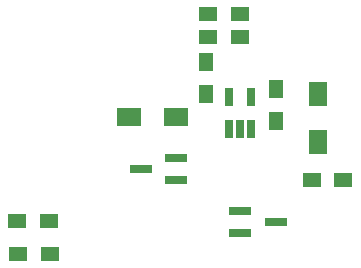
<source format=gbr>
G04 #@! TF.GenerationSoftware,KiCad,Pcbnew,5.0.2-bee76a0~70~ubuntu18.04.1*
G04 #@! TF.CreationDate,2019-04-29T21:23:14-04:00*
G04 #@! TF.ProjectId,E73 SCR,45373320-5343-4522-9e6b-696361645f70,rev?*
G04 #@! TF.SameCoordinates,Original*
G04 #@! TF.FileFunction,Paste,Bot*
G04 #@! TF.FilePolarity,Positive*
%FSLAX46Y46*%
G04 Gerber Fmt 4.6, Leading zero omitted, Abs format (unit mm)*
G04 Created by KiCad (PCBNEW 5.0.2-bee76a0~70~ubuntu18.04.1) date Mon 29 Apr 2019 09:23:14 PM EDT*
%MOMM*%
%LPD*%
G01*
G04 APERTURE LIST*
%ADD10R,1.900000X0.800000*%
%ADD11R,2.000000X1.600000*%
%ADD12R,1.600000X2.000000*%
%ADD13R,1.500000X1.300000*%
%ADD14R,1.300000X1.500000*%
%ADD15R,0.650000X1.560000*%
G04 APERTURE END LIST*
D10*
G04 #@! TO.C,D1*
X141600000Y-77700000D03*
X138600000Y-76750000D03*
X138600000Y-78650000D03*
G04 #@! TD*
D11*
G04 #@! TO.C,C5*
X133200000Y-68800000D03*
X129200000Y-68800000D03*
G04 #@! TD*
D12*
G04 #@! TO.C,C3*
X145200000Y-66900000D03*
X145200000Y-70900000D03*
G04 #@! TD*
D13*
G04 #@! TO.C,D3*
X138550000Y-60100000D03*
X135850000Y-60100000D03*
G04 #@! TD*
D10*
G04 #@! TO.C,Q1*
X133200000Y-72250000D03*
X133200000Y-74150000D03*
X130200000Y-73200000D03*
G04 #@! TD*
D14*
G04 #@! TO.C,R1*
X135700000Y-64150000D03*
X135700000Y-66850000D03*
G04 #@! TD*
G04 #@! TO.C,R2*
X141600000Y-66450000D03*
X141600000Y-69150000D03*
G04 #@! TD*
D13*
G04 #@! TO.C,R4*
X138550000Y-62000000D03*
X135850000Y-62000000D03*
G04 #@! TD*
G04 #@! TO.C,R5*
X119750000Y-77650000D03*
X122450000Y-77650000D03*
G04 #@! TD*
G04 #@! TO.C,R6*
X119800000Y-80400000D03*
X122500000Y-80400000D03*
G04 #@! TD*
G04 #@! TO.C,RPROG1*
X144650000Y-74100000D03*
X147350000Y-74100000D03*
G04 #@! TD*
D15*
G04 #@! TO.C,U2*
X139550000Y-67150000D03*
X137650000Y-67150000D03*
X137650000Y-69850000D03*
X138600000Y-69850000D03*
X139550000Y-69850000D03*
G04 #@! TD*
M02*

</source>
